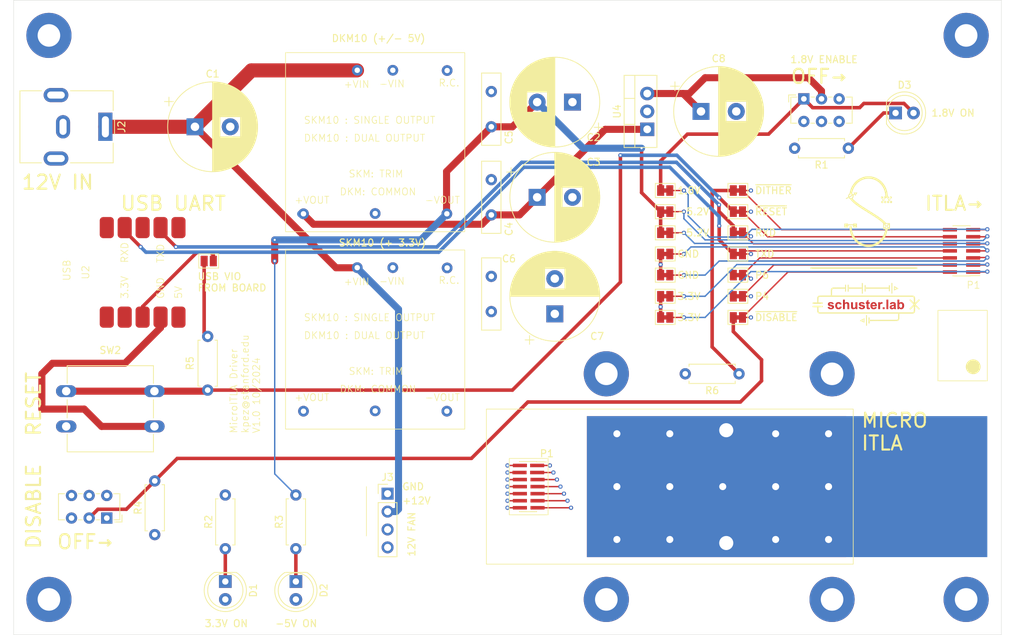
<source format=kicad_pcb>
(kicad_pcb (version 20240108) (generator "pcbnew") (generator_version "8.0")
  (layers (0 "F.Cu" signal) (1 "In1.Cu" signal) (2 "In2.Cu" signal) (31 "B.Cu" signal) (34 "B.Paste" user) (35 "F.Paste" user) (36 "B.SilkS" user "B.Silkscreen") (37 "F.SilkS" user "F.Silkscreen") (38 "B.Mask" user) (39 "F.Mask" user) (44 "Edge.Cuts" user))
  (net 0 "")
  (net 1 "+12V")
  (net 2 "GND")
  (net 3 "+5V")
  (net 4 "-5V")
  (net 5 "Net-(D1-K)")
  (net 6 "+3V3")
  (net 7 "Net-(D2-K)")
  (net 10 "Net-(JP1-B)")
  (net 11 "/DIS")
  (net 12 "/TXD")
  (net 13 "/RXD")
  (net 14 "/RST")
  (net 15 "/TRACE_TONE")
  (net 26 "Net-(SW3-B)")
  (net 27 "/GND_c2")
  (net 28 "/-5v_c1")
  (net 29 "/3.3v_c2")
  (net 30 "/RST_c")
  (net 31 "/1.8_c")
  (net 32 "/RXD_c")
  (net 33 "/GND_c1")
  (net 34 "/6_c")
  (net 35 "/TXD_c")
  (net 36 "/TT_c")
  (net 37 "/4_c")
  (net 38 "/-5v_c2")
  (net 39 "/3.3v_c1")
  (net 40 "/DIS_c")
  (net 43 "+1V8")
  (net 45 "Net-(D3-K)")
  (footprint "Jumper:SolderJumper-2_P1.3mm_Open_Pad1.0x1.5mm" (layer "F.Cu") (at 27.65 37)
    (property "Reference" "JP1" (hide yes))
    (property "Value" "Jumper_2_Open")
  )
  (footprint "MountingHole:MountingHole_3.2mm_M3_Pad" (layer "F.Cu") (at 84 85)
    (property "Reference" "H7" (hide yes))
    (property "Value" "MountingHole_Pad")
  )
  (footprint "MountingHole:MountingHole_3.2mm_M3_Pad" (layer "F.Cu") (at 84 53)
    (property "Reference" "H5" (hide yes))
    (property "Value" "MountingHole_Pad")
  )
  (footprint "Resistor_THT:R_Axial_DIN0207_L6.3mm_D2.5mm_P7.62mm_Horizontal" (layer "F.Cu") (at 40 77.81 90)
    (property "Reference" "R3")
    (property "Value" "1k")
  )
  (footprint "SKM10:SKM10" (layer "F.Cu") (at 51.24 7.44)
    (property "Reference" "U1" (hide yes))
    (property "Value" "~")
  )
  (footprint "Jumper:SolderJumper-2_P1.3mm_Bridged_Pad1.0x1.5mm" (layer "F.Cu") (at 102.65 39 180)
    (property "Reference" "JP8" (hide yes))
    (property "Value" "Jumper_2_Small_Bridged")
  )
  (footprint "LED_THT:LED_D5.0mm" (layer "F.Cu") (at 125 16)
    (property "Reference" "D3")
    (property "Value" "LED")
  )
  (footprint "LED_THT:LED_D5.0mm" (layer "F.Cu") (at 30 82.46 -90)
    (property "Reference" "D1")
    (property "Value" "LED")
  )
  (footprint "Resistor_THT:R_Axial_DIN0207_L6.3mm_D2.5mm_P7.62mm_Horizontal" (layer "F.Cu") (at 20 75.81 90)
    (property "Reference" "R4")
    (property "Value" "10k")
  )
  (footprint "Jumper:SolderJumper-2_P1.3mm_Bridged_Pad1.0x1.5mm" (layer "F.Cu") (at 102.65 30 180)
    (property "Reference" "JP5" (hide yes))
    (property "Value" "Jumper_2_Small_Bridged")
  )
  (footprint "MountingHole:MountingHole_3.2mm_M3_Pad" (layer "F.Cu") (at 135 5)
    (property "Reference" "H4" (hide yes))
    (property "Value" "MountingHole_Pad")
  )
  (footprint "Connector_PinHeader_1.00mm:PinHeader_2x07_P1.00mm_Vertical_SMD" (layer "F.Cu") (at 134.35 35.56 180)
    (property "Reference" "J1" (hide yes))
    (property "Value" "Conn_02x07_Odd_Even")
  )
  (footprint "Capacitor_THT:C_Disc_D10.0mm_W2.5mm_P5.00mm" (layer "F.Cu") (at 67.7 12.96 -90)
    (property "Reference" "C5")
    (property "Value" "C" (hide yes))
  )
  (footprint "Resistor_THT:R_Axial_DIN0207_L6.3mm_D2.5mm_P7.62mm_Horizontal" (layer "F.Cu") (at 118.31 21 180)
    (property "Reference" "R1")
    (property "Value" "1k")
  )
  (footprint "MountingHole:MountingHole_3.2mm_M3_Pad" (layer "F.Cu") (at 5 5)
    (property "Reference" "H1" (hide yes))
    (property "Value" "MountingHole_Pad")
  )
  (footprint "Jumper:SolderJumper-2_P1.3mm_Bridged_Pad1.0x1.5mm" (layer "F.Cu") (at 102.65 45 180)
    (property "Reference" "JP2" (hide yes))
    (property "Value" "Jumper_2_Small_Bridged")
  )
  (footprint "SKM10:SKM10" (layer "F.Cu") (at 51.24 35.44)
    (property "Reference" "U3" (hide yes))
    (property "Value" "~")
  )
  (footprint "lablogos:LINQSlogo" (layer "F.Cu") (at 121 30)
    (property "Reference" "G***" (hide yes))
    (property "Value" "LOGO" (hide yes))
  )
  (footprint "SKM10:UMFT234XF" (layer "F.Cu") (at 18.28 38.61 90)
    (property "Reference" "U2")
    (property "Value" "~")
  )
  (footprint "Package_TO_SOT_THT:TO-220-3_Vertical" (layer "F.Cu") (at 89.8 18.32 90)
    (property "Reference" "U4")
    (property "Value" "~")
  )
  (footprint "Jumper:SolderJumper-2_P1.3mm_Bridged_Pad1.0x1.5mm" (layer "F.Cu") (at 102.65 33 180)
    (property "Reference" "JP4" (hide yes))
    (property "Value" "Jumper_2_Small_Bridged")
  )
  (footprint "Resistor_THT:R_Axial_DIN0207_L6.3mm_D2.5mm_P7.62mm_Horizontal" (layer "F.Cu") (at 27.5 47.69 -90)
    (property "Reference" "R5")
    (property "Value" "10k")
  )
  (footprint "Capacitor_THT:CP_Radial_D12.5mm_P5.00mm" (layer "F.Cu") (at 25.7 17.96)
    (property "Reference" "C1")
    (property "Value" "C_Polarized")
  )
  (footprint "Connector_BarrelJack:BarrelJack_CUI_PJ-063AH_Horizontal" (layer "F.Cu") (at 13 17.96 -90)
    (property "Reference" "J2")
    (property "Value" "Barrel_Jack_MountingPin")
  )
  (footprint "MountingHole:MountingHole_3.2mm_M3_Pad" (layer "F.Cu") (at 116 53)
    (property "Reference" "H6" (hide yes))
    (property "Value" "MountingHole_Pad")
  )
  (footprint "Jumper:SolderJumper-2_P1.3mm_Bridged_Pad1.0x1.5mm" (layer "F.Cu") (at 92.35 45)
    (property "Reference" "JP9" (hide yes))
    (property "Value" "Jumper_2_Small_Bridged")
  )
  (footprint "Jumper:SolderJumper-2_P1.3mm_Bridged_Pad1.0x1.5mm" (layer "F.Cu") (at 92.35 33)
    (property "Reference" "JP13" (hide yes))
    (property "Value" "Jumper_2_Small_Bridged")
  )
  (footprint "Jumper:SolderJumper-2_P1.3mm_Bridged_Pad1.0x1.5mm" (layer "F.Cu") (at 102.65 42 180)
    (property "Reference" "JP7" (hide yes))
    (property "Value" "Jumper_2_Small_Bridged")
  )
  (footprint "Capacitor_THT:C_Disc_D10.0mm_W2.5mm_P5.00mm" (layer "F.Cu") (at 67.7 44.176041 90)
    (property "Reference" "C6")
    (property "Value" "C")
  )
  (footprint "Jumper:SolderJumper-2_P1.3mm_Bridged_Pad1.0x1.5mm" (layer "F.Cu") (at 92.35 42)
    (property "Reference" "JP10" (hide yes))
    (property "Value" "Jumper_2_Small_Bridged")
  )
  (footprint "Jumper:SolderJumper-2_P1.3mm_Bridged_Pad1.0x1.5mm" (layer "F.Cu") (at 92.35 30)
    (property "Reference" "JP14" (hide yes))
    (property "Value" "Jumper_2_Small_Bridged")
  )
  (footprint "Resistor_THT:R_Axial_DIN0207_L6.3mm_D2.5mm_P7.62mm_Horizontal" (layer "F.Cu") (at 30 77.81 90)
    (property "Reference" "R2")
    (property "Value" "1k")
  )
  (footprint "SKM10:ITLA" (layer "F.Cu") (at 73 69)
    (property "Reference" "J4" (hide yes))
    (property "Value" "Conn_02x07_Odd_Even")
  )
  (footprint "Jumper:SolderJumper-2_P1.3mm_Bridged_Pad1.0x1.5mm" (layer "F.Cu") (at 102.65 36 180)
    (property "Reference" "JP3" (hide yes))
    (property "Value" "Jumper_2_Small_Bridged")
  )
  (footprint "Capacitor_THT:C_Disc_D10.0mm_W2.5mm_P5.00mm" (layer "F.Cu") (at 67.7 30.46 90)
    (property "Reference" "C4")
    (property "Value" "C")
  )
  (footprint "MountingHole:MountingHole_3.2mm_M3_Pad" (layer "F.Cu") (at 116 85)
    (property "Reference" "H8" (hide yes))
    (property "Value" "MountingHole_Pad")
  )
  (footprint "Jumper:SolderJumper-2_P1.3mm_Bridged_Pad1.0x1.5mm" (layer "F.Cu") (at 92.35 39)
    (property "Reference" "JP11" (hide yes))
    (property "Value" "Jumper_2_Small_Bridged")
  )
  (footprint "Capacitor_THT:CP_Radial_D12.5mm_P5.00mm" (layer "F.Cu") (at 74.2 27.96)
    (property "Reference" "C2")
    (property "Value" "C_Polarized")
  )
  (footprint "Connector_PinHeader_2.54mm:PinHeader_1x04_P2.54mm_Vertical" (layer "F.Cu") (at 53 70)
    (property "Reference" "J3")
    (property "Value" "Conn_01x04_Pin")
  )
  (footprint "Jumper:SolderJumper-2_P1.3mm_Bridged_Pad1.0x1.5mm" (layer "F.Cu") (at 92.35 27)
    (property "Reference" "JP15" (hide yes))
    (property "Value" "Jumper_2_Small_Bridged")
  )
  (footprint "Jumper:SolderJumper-2_P1.3mm_Bridged_Pad1.0x1.5mm" (layer "F.Cu") (at 92.35 36)
    (property "Reference" "JP12" (hide yes))
    (property "Value" "Jumper_2_Small_Bridged")
  )
  (footprint "MountingHole:MountingHole_3.2mm_M3_Pad" (layer "F.Cu") (at 5 85)
    (property "Reference" "H2" (hide yes))
    (property "Value" "MountingHole_Pad")
  )
  (footprint "Button_Switch_THT:SW_SPST_Omron_B3F-40xx" (layer "F.Cu") (at 7.45 55.46)
    (property "Reference" "SW2")
    (property "Value" "SW_Push")
  )
  (footprint "lablogos:slablogo" (layer "F.Cu") (at 121 43)
    (property "Reference" "G***" (hide yes))
    (property "Value" "LOGO" (hide yes))
  )
  (footprint "Resistor_THT:R_Axial_DIN0207_L6.3mm_D2.5mm_P7.62mm_Horizontal" (layer "F.Cu") (at 102.81 53 180)
    (property "Reference" "R6")
    (property "Value" "10k")
  )
  (footprint "LED_THT:LED_D5.0mm" (layer "F.Cu") (at 40 82.46 -90)
    (property "Reference" "D2")
    (property "Value" "LED")
  )
  (footprint "MountingHole:MountingHole_3.2mm_M3_Pad" (layer "F.Cu") (at 135 85)
    (property "Reference" "H3" (hide yes))
    (property "Value" "MountingHole_Pad")
  )
  (footprint "Jumper:SolderJumper-2_P1.3mm_Bridged_Pad1.0x1.5mm" (layer "F.Cu") (at 102.65 27 180)
    (property "Reference" "JP6" (hide yes))
    (property "Value" "Jumper_2_Small_Bridged")
  )
  (footprint "Capacitor_THT:CP_Radial_D12.5mm_P5.00mm" (layer "F.Cu") (at 79.2 14.46 180)
    (property "Reference" "C3")
    (property "Value" "C_Polarized")
  )
  (footprint "Button_Switch_THT:SW_E-Switch_EG1271_SPDT" (layer "F.Cu") (at 13.2 73.46 180)
    (property "Reference" "SW1" (hide yes))
    (property "Value" "SW_SPST")
  )
  (footprint "Capacitor_THT:CP_Radial_D12.5mm_P5.00mm" (layer "F.Cu") (at 76.7 44.5 90)
    (property "Reference" "C7")
    (property "Value" "C_Polarized")
  )
  (footprint "Capacitor_THT:CP_Radial_D12.5mm_P5.00mm" (layer "F.Cu") (at 97.42 15.78)
    (property "Reference" "C8")
    (property "Value" "C_Polarized")
  )
  (footprint "Button_Switch_THT:SW_E-Switch_EG1271_SPDT" (layer "F.Cu") (at 112 14)
    (property "Reference" "SW3" (hide yes))
    (property "Value" "SW_SPST")
  )
  (gr_circle (center 136 52) (end 137 52) (stroke (width 0.1)) (fill solid) (layer "F.SilkS"))
  (gr_line (start 113 38) (end 128 38) (stroke (width 0.2)) (layer "F.SilkS"))
  (gr_rect (start 67 58) (end 119 80) (stroke (width 0.1)) (fill none) (layer "F.SilkS"))
  (gr_line (start 50 69) (end 50 76) (stroke (width 0.1)) (layer "F.SilkS"))
  (gr_rect (start 131 44) (end 138 54) (stroke (width 0.1)) (fill none) (layer "F.SilkS"))
  (gr_rect (start 0 0) (end 140 90) (stroke (width 0.05)) (fill none) (layer "Edge.Cuts"))
  (gr_text "OFF→" (at 6 78 0) (layer "F.SilkS") (effects (font (size 2 2) (thickness 0.3)) (justify left bottom)))
  (gr_text "USB VIO\nFROM BOARD" (at 26 40 0) (layer "F.SilkS") (effects (font (size 1 1)) (justify left)))
  (gr_text "MICRO\nITLA" (at 120 64 0) (layer "F.SilkS") (effects (font (size 2 2) (thickness 0.3)) (justify left bottom)))
  (gr_text "RESET" (at 4 62 90) (layer "F.SilkS") (effects (font (size 2 2) (thickness 0.3)) (justify left bottom)))
  (gr_text "TXD" (at 105 36 0) (layer "F.SilkS") (effects (font (size 1 1)) (justify left)))
  (gr_text "3.3V" (at 94 42 0) (layer "F.SilkS") (effects (font (size 1 1)) (justify left)))
  (gr_text "SKM10 (+ 3.3V)" (at 46 35 0) (layer "F.SilkS") (effects (font (size 1 1)) (justify left bottom)))
  (gr_text "MicroITLA Driver\nkpez@stanford.edu\nV1.0 10/2024" (at 35 61.5 90) (layer "F.SilkS") (effects (font (size 1 1) (thickness 0.1)) (justify left bottom)))
  (gr_text "1.8V ON" (at 130 16 0) (layer "F.SilkS") (effects (font (size 1 1)) (justify left)))
  (gr_text "P6" (at 105 39 0) (layer "F.SilkS") (effects (font (size 1 1)) (justify left)))
  (gr_text "-5.2V" (at 94 33 0) (layer "F.SilkS") (effects (font (size 1 1)) (justify left)))
  (gr_text "12V IN" (at 1 27 0) (layer "F.SilkS") (effects (font (size 2 2) (thickness 0.3)) (justify left bottom)))
  (gr_text "-5V ON" (at 37 89 0) (layer "F.SilkS") (effects (font (size 1 1)) (justify left bottom)))
  (gr_text "~{DITHER}" (at 105 27 0) (layer "F.SilkS") (effects (font (size 1 1)) (justify left)))
  (gr_text "1.8V ENABLE" (at 110 9 0) (layer "F.SilkS") (effects (font (size 1 1)) (justify left bottom)))
  (gr_text "GND" (at 55 69 0) (layer "F.SilkS") (effects (font (size 1 1)) (justify left)))
  (gr_text "DISABLE" (at 4 78 90) (layer "F.SilkS") (effects (font (size 2 2) (thickness 0.3)) (justify left bottom)))
  (gr_text "USB UART\n" (at 15 30 0) (layer "F.SilkS") (effects (font (size 2 2) (thickness 0.3)) (justify left bottom)))
  (gr_text "ITLA→" (at 129 30 0) (layer "F.SilkS") (effects (font (size 2 2) (thickness 0.3)) (justify left bottom)))
  (gr_text "12V FAN" (at 57 79 90) (layer "F.SilkS") (effects (font (size 1 1)) (justify left bottom)))
  (gr_text "P1" (at 135 41 0) (layer "F.SilkS") (effects (font (size 1 1) (thickness 0.1)) (justify left bottom)))
  (gr_text "GND" (at 94 36 0) (layer "F.SilkS") (effects (font (size 1 1)) (justify left)))
  (gr_text "OFF→" (at 110 12 0) (layer "F.SilkS") (effects (font (size 2 2) (thickness 0.3)) (justify left bottom)))
  (gr_text "P4\n" (at 105 42 0) (layer "F.SilkS") (effects (font (size 1 1)) (justify left)))
  (gr_text "RXD" (at 105 33 0) (layer "F.SilkS") (effects (font (size 1 1)) (justify left)))
  (gr_text "-5.2V" (at 94 30 0) (layer "F.SilkS") (effects (font (size 1 1)) (justify left)))
  (gr_text "~{RESET}" (at 105 30 0) (layer "F.SilkS") (effects (font (size 1 1)) (justify left)))
  (gr_text "GND" (at 94 39 0) (layer "F.SilkS") (effects (font (size 1 1)) (justify left)))
  (gr_text "1.8V" (at 94 27 0) (layer "F.SilkS") (effects (font (size 1 1)) (justify left)))
  (gr_text "3.3V ON" (at 27 89 0) (layer "F.SilkS") (effects (font (size 1 1)) (justify left bottom)))
  (gr_text "+12V" (at 55 71 0) (layer "F.SilkS") (effects (font (size 1 1)) (justify left)))
  (gr_text "3.3V" (at 94 45 0) (layer "F.SilkS") (effects (font (size 1 1)) (justify left)))
  (gr_text "~{DISABLE}" (at 105 45 0) (layer "F.SilkS") (effects (font (size 1 1)) (justify left)))
  (gr_text "DKM10 (+/- 5V)" (at 45 6 0) (layer "F.SilkS") (effects (font (size 1 1)) (justify left bottom)))
  (segment (start 45.7 37.96) (end 48.66 37.96) (width 1) (layer "F.Cu") (net 1))
  (segment (start 25.7 17.96) (end 45.7 37.96) (width 1) (layer "F.Cu") (net 1))
  (segment (start 25.7 17.96) (end 33.7 9.96) (width 2) (layer "F.Cu") (net 1))
  (segment (start 33.7 9.96) (end 48.66 9.96) (width 2) (layer "F.Cu") (net 1))
  (segment (start 13 17.96) (end 25.7 17.96) (width 2) (layer "F.Cu") (net 1))
  (segment (start 48.66 37.96) (end 54.55 43.85) (width 1) (layer "B.Cu") (net 1))
  (segment (start 53 72.54) (end 53 72) (width 0.5) (layer "B.Cu") (net 1))
  (segment (start 54.55 72.192081) (end 54.202081 72.54) (width 1) (layer "B.Cu") (net 1))
  (segment (start 54.202081 72.54) (end 53 72.54) (width 1) (layer "B.Cu") (net 1))
  (segment (start 54.55 43.85) (end 54.55 72.192081) (width 1) (layer "B.Cu") (net 1))
  (segment (start 20.82 46.46) (end 20.82 44.96) (width 1) (layer "F.Cu") (net 2))
  (segment (start 5.5 51.5) (end 15.78 51.5) (width 1) (layer "F.Cu") (net 2))
  (segment (start 91.7 39) (end 91.7 37.5) (width 0.5) (layer "F.Cu") (net 2))
  (segment (start 4 58) (end 4 53) (width 1) (layer "F.Cu") (net 2))
  (segment (start 10 58) (end 4 58) (width 1) (layer "F.Cu") (net 2))
  (segment (start 91.7 37.5) (end 91.7 36) (width 0.5) (layer "F.Cu") (net 2))
  (segment (start 15.78 51.5) (end 20.82 46.46) (width 1) (layer "F.Cu") (net 2))
  (segment (start 19.95 60.46) (end 12.46 60.46) (width 1) (layer "F.Cu") (net 2))
  (segment (start 4 53) (end 5.5 51.5) (width 1) (layer "F.Cu") (net 2))
  (segment (start 12.46 60.46) (end 10 58) (width 1) (layer "F.Cu") (net 2))
  (via (at 91.7 37.5) (size 0.6) (drill 0.3) (layers "F.Cu" "B.Cu") (net 2))
  (segment (start 66.378 31.782) (end 67.7 30.46) (width 1) (layer "F.Cu") (net 3))
  (segment (start 71.7 30.46) (end 74.2 27.96) (width 1) (layer "F.Cu") (net 3))
  (segment (start 83.84 18.32) (end 89.8 18.32) (width 1) (layer "F.Cu") (net 3))
  (segment (start 67.7 30.46) (end 71.7 30.46) (width 1) (layer "F.Cu") (net 3))
  (segment (start 67.56 30.32) (end 67.7 30.46) (width 1) (layer "F.Cu") (net 3))
  (segment (start 41.04 30.32) (end 42.502 31.782) (width 1) (layer "F.Cu") (net 3))
  (segment (start 42.502 31.782) (end 66.378 31.782) (width 1) (layer "F.Cu") (net 3))
  (segment (start 74.2 27.96) (end 83.84 18.32) (width 1) (layer "F.Cu") (net 3))
  (segment (start 41.04 30.32) (end 40.68 30.32) (width 1) (layer "B.Cu") (net 3))
  (segment (start 91.7 30) (end 91.7 33) (width 0.5) (layer "F.Cu") (net 4))
  (segment (start 67.7 17.96) (end 70.7 17.96) (width 1) (layer "F.Cu") (net 4))
  (segment (start 91.7 30) (end 89 27.3) (width 0.5) (layer "F.Cu") (net 4))
  (segment (start 70.7 17.96) (end 74.2 14.46) (width 1) (layer "F.Cu") (net 4))
  (segment (start 37 34) (end 37 37) (width 1) (layer "F.Cu") (net 4))
  (segment (start 61.36 30.32) (end 61.36 24.3) (width 1) (layer "F.Cu") (net 4))
  (segment (start 89 27.3) (end 89 21) (width 0.5) (layer "F.Cu") (net 4))
  (segment (start 61.36 24.3) (end 67.7 17.96) (width 1) (layer "F.Cu") (net 4))
  (via (at 37 37) (size 0.6) (drill 0.3) (layers "F.Cu" "B.Cu") (net 4))
  (via (at 89 21) (size 0.6) (drill 0.3) (layers "F.Cu" "B.Cu") (net 4))
  (via (at 37 34) (size 0.6) (drill 0.3) (layers "F.Cu" "B.Cu") (net 4))
  (segment (start 37 34) (end 57.7 34) (width 1) (layer "B.Cu") (net 4))
  (segment (start 80.74 21) (end 89 21) (width 1) (layer "B.Cu") (net 4))
  (segment (start 37 37) (end 37 67.19) (width 0.2) (layer "B.Cu") (net 4))
  (segment (start 74.2 14.46) (end 80.74 21) (width 1) (layer "B.Cu") (net 4))
  (segment (start 57.7 34) (end 61.4 30.3) (width 1) (layer "B.Cu") (net 4))
  (segment (start 37 67.19) (end 40 70.19) (width 0.2) (layer "B.Cu") (net 4))
  (segment (start 30 77.81) (end 30 82.46) (width 0.5) (layer "F.Cu") (net 5))
  (segment (start 27 47.19) (end 27.5 47.69) (width 0.5) (layer "F.Cu") (net 6))
  (segment (start 91.7 42) (end 91.7 45) (width 0.5) (layer "F.Cu") (net 6))
  (segment (start 27 37) (end 27 47.19) (width 0.5) (layer "F.Cu") (net 6))
  (via (at 91.7 43.5) (size 0.6) (drill 0.3) (layers "F.Cu" "B.Cu") (net 6))
  (segment (start 40 77.81) (end 40 82.46) (width 0.5) (layer "F.Cu") (net 7))
  (segment (start 18.28 44.96) (end 18.28 43.46) (width 0.5) (layer "F.Cu") (net 10))
  (segment (start 28.3 36.15) (end 28.3 37) (width 0.5) (layer "F.Cu") (net 10))
  (segment (start 18.28 43.46) (end 25.94 35.8) (width 0.5) (layer "F.Cu") (net 10))
  (segment (start 27.95 35.8) (end 28.3 36.15) (width 0.5) (layer "F.Cu") (net 10))
  (segment (start 25.94 35.8) (end 27.95 35.8) (width 0.5) (layer "F.Cu") (net 10))
  (segment (start 72.87868 57) (end 103 57) (width 0.5) (layer "F.Cu") (net 11))
  (segment (start 11.95 72.21) (end 15.98 72.21) (width 0.5) (layer "F.Cu") (net 11))
  (segment (start 106 54) (end 106 51) (width 0.5) (layer "F.Cu") (net 11))
  (segment (start 15.98 72.21) (end 20 68.19) (width 0.5) (layer "F.Cu") (net 11))
  (segment (start 106 51) (end 102 47) (width 0.5) (layer "F.Cu") (net 11))
  (segment (start 10.7 73.46) (end 11.95 72.21) (width 0.5) (layer "F.Cu") (net 11))
  (segment (start 103 57) (end 106 54) (width 0.5) (layer "F.Cu") (net 11))
  (segment (start 20 68.19) (end 23.19 65) (width 0.5) (layer "F.Cu") (net 11))
  (segment (start 102 47) (end 102 45) (width 0.5) (layer "F.Cu") (net 11))
  (segment (start 23.19 65) (end 64.87868 65) (width 0.5) (layer "F.Cu") (net 11))
  (segment (start 64.87868 65) (end 72.87868 57) (width 0.5) (layer "F.Cu") (net 11))
  (segment (start 15.74 32.74) (end 18 35) (width 0.5) (layer "F.Cu") (net 12))
  (segment (start 102 36) (end 100 34) (width 0.5) (layer "F.Cu") (net 12))
  (segment (start 100 34) (end 100 32) (width 0.5) (layer "F.Cu") (net 12))
  (segment (start 15.74 32.26) (end 15.74 32.74) (width 0.5) (layer "F.Cu") (net 12))
  (via (at 100 32) (size 0.6) (drill 0.3) (layers "F.Cu" "B.Cu") (net 12))
  (via (at 18 35) (size 0.6) (drill 0.3) (layers "F.Cu" "B.Cu") (net 12))
  (segment (start 18 35) (end 18.75 35.75) (width 0.5) (layer "B.Cu") (net 12))
  (segment (start 60.25 35.75) (end 72.3 23.7) (width 0.5) (layer "B.Cu") (net 12))
  (segment (start 100 30.7) (end 100 32) (width 0.5) (layer "B.Cu") (net 12))
  (segment (start 93 23.7) (end 100 30.7) (width 0.5) (layer "B.Cu") (net 12))
  (segment (start 18.75 35.75) (end 60.25 35.75) (width 0.5) (layer "B.Cu") (net 12))
  (segment (start 72.3 23.7) (end 93 23.7) (width 0.5) (layer "B.Cu") (net 12))
  (segment (start 20.82 32.82) (end 23 35) (width 0.5) (layer "F.Cu") (net 13))
  (segment (start 20.82 32.26) (end 20.82 32.82) (width 0.5) (layer "F.Cu") (net 13))
  (segment (start 102 33) (end 102 32) (width 0.5) (layer "F.Cu") (net 13))
  (segment (start 102 32) (end 99.969669 29.969669) (width 0.5) (layer "F.Cu") (net 13))
  (segment (start 99.969669 29.969669) (end 99.969669 29.030331) (width 0.5) (layer "F.Cu") (net 13))
  (via (at 23 35) (size 0.6) (drill 0.3) (layers "F.Cu" "B.Cu") (net 13))
  (via (at 99.969669 29.030331) (size 0.6) (drill 0.3) (layers "F.Cu" "B.Cu") (net 13))
  (segment (start 72 23) (end 60 35) (width 0.5) (layer "B.Cu") (net 13))
  (segment (start 99.969669 29.030331) (end 93.939338 23) (width 0.5) (layer "B.Cu") (net 13))
  (segment (start 60 35) (end 23 35) (width 0.5) (layer "B.Cu") (net 13))
  (segment (start 93.939338 23) (end 72 23) (width 0.5) (layer "B.Cu") (net 13))
  (segment (start 86 22) (end 86 40) (width 0.5) (layer "F.Cu") (net 14))
  (segment (start 102 30) (end 100 28) (width 0.5) (layer "F.Cu") (net 14))
  (segment (start 7.45 55.46) (end 19.95 55.46) (width 1) (layer "F.Cu") (net 14))
  (segment (start 70.69 55.31) (end 27.5 55.31) (width 0.5) (layer "F.Cu") (net 14))
  (segment (start 19.95 55.46) (end 27.35 55.46) (width 1) (layer "F.Cu") (net 14))
  (segment (start 27.35 55.46) (end 27.5 55.31) (width 1) (layer "F.Cu") (net 14))
  (segment (start 86 40) (end 70.69 55.31) (width 0.5) (layer "F.Cu") (net 14))
  (via (at 100 28) (size 0.6) (drill 0.3) (layers "F.Cu" "B.Cu") (net 14))
  (via (at 86 22) (size 0.6) (drill 0.3) (layers "F.Cu" "B.Cu") (net 14))
  (segment (start 94 22) (end 86 22) (width 0.5) (layer "B.Cu") (net 14))
  (segment (start 100 28) (end 94 22) (width 0.5) (layer "B.Cu") (net 14))
  (segment (start 102 27) (end 99 27) (width 0.5) (layer "F.Cu") (net 15))
  (segment (start 99 27) (end 99 49.19) (width 0.5) (layer "F.Cu") (net 15))
  (segment (start 99 49.19) (end 102.81 53) (width 0.5) (layer "F.Cu") (net 15))
  (segment (start 112.63137 11) (end 114.5 12.86863) (width 1) (layer "F.Cu") (net 26))
  (segment (start 94.88 13.24) (end 95.76 13.24) (width 1) (layer "F.Cu") (net 26))
  (segment (start 95.76 13.24) (end 98 11) (width 1) (layer "F.Cu") (net 26))
  (segment (start 98 11) (end 112.63137 11) (width 1) (layer "F.Cu") (net 26))
  (segment (start 114.5 12.86863) (end 114.5 14) (width 1) (layer "F.Cu") (net 26))
  (segment (start 94.88 13.24) (end 97.42 15.78) (width 1) (layer "F.Cu") (net 26))
  (segment (start 89.8 13.24) (end 94.88 13.24) (width 1) (layer "F.Cu") (net 26))
  (segment (start 74.25 69) (end 77.5 69) (width 0.2) (layer "F.Cu") (net 27))
  (segment (start 137.94 35.56) (end 138 35.5) (width 0.2) (layer "F.Cu") (net 27))
  (segment (start 136 35.56) (end 137.94 35.56) (width 0.2) (layer "F.Cu") (net 27))
  (segment (start 93 36) (end 95 36) (width 0.2) (layer "F.Cu") (net 27))
  (via (at 95 36) (size 0.6) (drill 0.3) (layers "F.Cu" "B.Cu") (net 27))
  (via (at 77.5 69) (size 0.6) (drill 0.3) (layers "F.Cu" "B.Cu") (net 27))
  (via (at 138 35.5) (size 0.6) (drill 0.3) (layers "F.Cu" "B.Cu") (net 27))
  (segment (start 96 35) (end 137.5 35) (width 0.2) (layer "B.Cu") (net 27))
  (segment (start 137.5 35) (end 138 35.5) (width 0.2) (layer "B.Cu") (net 27))
  (segment (start 95 36) (end 96 35) (width 0.2) (layer "B.Cu") (net 27))
  (segment (start 137.94 34.56) (end 138 34.5) (width 0.2) (layer "F.Cu") (net 28))
  (segment (start 74.25 70) (end 78 70) (width 0.2) (layer "F.Cu") (net 28))
  (segment (start 93 33) (end 95 33) (width 0.2) (layer "F.Cu") (net 28))
  (segment (start 136 34.56) (end 137.94 34.56) (width 0.2) (layer "F.Cu") (net 28))
  (via (at 138 34.5) (size 0.6) (drill 0.3) (layers "F.Cu" "B.Cu") (net 28))
  (via (at 95 33) (size 0.6) (drill 0.3) (layers "F.Cu" "B.Cu") (net 28))
  (via (at 78 70) (size 0.6) (drill 0.3) (layers "F.Cu" "B.Cu") (net 28))
  (segment (start 95 33) (end 96.5 34.5) (width 0.2) (layer "B.Cu") (net 28))
  (segment (start 96.5 34.5) (end 138 34.5) (width 0.2) (layer "B.Cu") (net 28))
  (segment (start 137.94 37.56) (end 138 37.5) (width 0.2) (layer "F.Cu") (net 29))
  (segment (start 74.2 67) (end 76.5 67) (width 0.2) (layer "F.Cu") (net 29))
  (segment (start 136 37.56) (end 137.94 37.56) (width 0.2) (layer "F.Cu") (net 29))
  (segment (start 93 42) (end 95 42) (width 0.2) (layer "F.Cu") (net 29))
  (via (at 138 37.5) (size 0.6) (drill 0.3) (layers "F.Cu" "B.Cu") (net 29))
  (via (at 95 42) (size 0.6) (drill 0.3) (layers "F.Cu" "B.Cu") (net 29))
  (via (at 76.5 67) (size 0.6) (drill 0.3) (layers "F.Cu" "B.Cu") (net 29))
  (segment (start 102.5 37.5) (end 138 37.5) (width 0.2) (layer "B.Cu") (net 29))
  (segment (start 95 42) (end 98 42) (width 0.2) (layer "B.Cu") (net 29))
  (segment (start 98 42) (end 102.5 37.5) (width 0.2) (layer "B.Cu") (net 29))
  (segment (start 106.86 33.56) (end 132.7 33.56) (width 0.2) (layer "F.Cu") (net 30))
  (segment (start 71.75 71) (end 70 71) (width 0.2) (layer "F.Cu") (net 30))
  (segment (start 103.3 30) (end 104.5 30) (width 0.2) (layer "F.Cu") (net 30))
  (segment (start 103.3 30) (end 106.86 33.56) (width 0.2) (layer "F.Cu") (net 30))
  (via (at 104.5 30) (size 0.6) (drill 0.3) (layers "F.Cu" "B.Cu") (net 30))
  (via (at 70 71) (size 0.6) (drill 0.3) (layers "F.Cu" "B.Cu") (net 30))
  (segment (start 137.94 32.56) (end 138 32.5) (width 0.2) (layer "F.Cu") (net 31))
  (segment (start 93 27) (end 95 27) (width 0.2) (layer "F.Cu") (net 31))
  (segment (start 136 32.56) (end 137.94 32.56) (width 0.2) (layer "F.Cu") (net 31))
  (segment (start 74.25 72) (end 79 72) (width 0.2) (layer "F.Cu") (net 31))
  (via (at 79 72) (size 0.6) (drill 0.3) (layers "F.Cu" "B.Cu") (net 31))
  (via (at 95 27) (size 0.6) (drill 0.3) (layers "F.Cu" "B.Cu") (net 31))
  (via (at 138 32.5) (size 0.6) (drill 0.3) (layers "F.Cu" "B.Cu") (net 31))
  (segment (start 98.6 33.6) (end 103.551471 33.6) (width 0.2) (layer "B.Cu") (net 31))
  (segment (start 95.6 30.6) (end 98.6 33.6) (width 0.2) (layer "B.Cu") (net 31))
  (segment (start 95.6 27.6) (end 95.6 30.6) (width 0.2) (layer "B.Cu") (net 31))
  (segment (start 104.651471 32.5) (end 138 32.5) (width 0.2) (layer "B.Cu") (net 31))
  (segment (start 103.551471 33.6) (end 104.651471 32.5) (width 0.2) (layer "B.Cu") (net 31))
  (segment (start 95 27) (end 95.6 27.6) (width 0.2) (layer "B.Cu") (net 31))
  (segment (start 104.5 33.5) (end 104 33) (width 0.2) (layer "F.Cu") (net 32))
  (segment (start 104.86 34.56) (end 132.7 34.56) (width 0.2) (layer "F.Cu") (net 32))
  (segment (start 71.75 70) (end 70 70) (width 0.2) (layer "F.Cu") (net 32))
  (segment (start 104 33) (end 103.3 33) (width 0.2) (layer "F.Cu") (net 32))
  (segment (start 103.3 33) (end 104.86 34.56) (width 0.2) (layer "F.Cu") (net 32))
  (via (at 104.5 33.5) (size 0.6) (drill 0.3) (layers "F.Cu" "B.Cu") (net 32))
  (via (at 70 70) (size 0.6) (drill 0.3) (layers "F.Cu" "B.Cu") (net 32))
  (segment (start 136 36.56) (end 136.75 36.56) (width 0.2) (layer "F.Cu") (net 33))
  (segment (start 93 39) (end 95 39) (width 0.2) (layer "F.Cu") (net 33))
  (segment (start 136.75 36.56) (end 136.81 36.5) (width 0.2) (layer "F.Cu") (net 33))
  (segment (start 136.81 36.5) (end 138 36.5) (width 0.2) (layer "F.Cu") (net 33))
  (segment (start 74.25 68) (end 77 68) (width 0.2) (layer "F.Cu") (net 33))
  (via (at 95 39) (size 0.6) (drill 0.3) (layers "F.Cu" "B.Cu") (net 33))
  (via (at 138 36.5) (size 0.6) (drill 0.3) (layers "F.Cu" "B.Cu") (net 33))
  (via (at 77 68) (size 0.6) (drill 0.3) (layers "F.Cu" "B.Cu") (net 33))
  (segment (start 100 37) (end 137.5 37) (width 0.2) (layer "B.Cu") (net 33))
  (segment (start 95 39) (end 98 39) (width 0.2) (layer "B.Cu") (net 33))
  (segment (start 137.5 37) (end 138 36.5) (width 0.2) (layer "B.Cu") (net 33))
  (segment (start 98 39) (end 100 37) (width 0.2) (layer "B.Cu") (net 33))
  (segment (start 132.7 36.56) (end 105.74 36.56) (width 0.2) (layer "F.Cu") (net 34))
  (segment (start 71.75 68) (end 70 68) (width 0.2) (layer "F.Cu") (net 34))
  (segment (start 105.74 36.56) (end 103.3 39) (width 0.2) (layer "F.Cu") (net 34))
  (segment (start 104 39) (end 104.5 39.5) (width 0.2) (layer "F.Cu") (net 34))
  (segment (start 103.3 39) (end 104 39) (width 0.2) (layer "F.Cu") (net 34))
  (via (at 104.5 39.5) (size 0.6) (drill 0.3) (layers "F.Cu" "B.Cu") (net 34))
  (via (at 70 68) (size 0.6) (drill 0.3) (layers "F.Cu" "B.Cu") (net 34))
  (segment (start 71.75 69) (end 70 69) (width 0.2) (layer "F.Cu") (net 35))
  (segment (start 132.7 35.56) (end 103.74 35.56) (width 0.2) (layer "F.Cu") (net 35))
  (segment (start 103.74 35.56) (end 103.3 36) (width 0.2) (layer "F.Cu") (net 35))
  (segment (start 103.3 36) (end 104.5 36) (width 0.2) (layer "F.Cu") (net 35))
  (via (at 104.5 36) (size 0.6) (drill 0.3) (layers "F.Cu" "B.Cu") (net 35))
  (via (at 70 69) (size 0.6) (drill 0.3) (layers "F.Cu" "B.Cu") (net 35))
  (segment (start 132.7 32.56) (end 108.86 32.56) (width 0.2) (layer "F.Cu") (net 36))
  (segment (start 71.75 72) (end 70 72) (width 0.2) (layer "F.Cu") (net 36))
  (segment (start 108.86 32.56) (end 103.3 27) (width 0.2) (layer "F.Cu") (net 36))
  (segment (start 103.3 27) (end 104.5 27) (width 0.2) (layer "F.Cu") (net 36))
  (via (at 104.5 27) (size 0.6) (drill 0.3) (layers "F.Cu" "B.Cu") (net 36))
  (via (at 70 72) (size 0.6) (drill 0.3) (layers "F.Cu" "B.Cu") (net 36))
  (segment (start 132.7 37.56) (end 107.74 37.56) (width 0.2) (layer "F.Cu") (net 37))
  (segment (start 107.74 37.56) (end 103.3 42) (width 0.2) (layer "F.Cu") (net 37))
  (segment (start 103.3 42) (end 104.5 42) (width 0.2) (layer "F.Cu") (net 37))
  (segment (start 71.7 67) (end 70 67) (width 0.2) (layer "F.Cu") (net 37))
  (via (at 104.5 42) (size 0.6) (drill 0.3) (layers "F.Cu" "B.Cu") (net 37))
  (via (at 70 67) (size 0.6) (drill 0.3) (layers "F.Cu" "B.Cu") (net 37))
  (segment (start 93 30) (end 95 30) (width 0.2) (layer "F.Cu") (net 38))
  (segment (start 137.94 33.56) (end 138 33.5) (width 0.2) (layer "F.Cu") (net 38))
  (segment (start 74.25 71) (end 78.5 71) (width 0.2) (layer "F.Cu") (net 38))
  (segment (start 136 33.56) (end 137.94 33.56) (width 0.2) (layer "F.Cu") (net 38))
  (via (at 138 33.5) (size 0.6) (drill 0.3) (layers "F.Cu" "B.Cu") (net 38))
  (via (at 78.5 71) (size 0.6) (drill 0.3) (layers "F.Cu" "B.Cu") (net 38))
  (via (at 95 30) (size 0.6) (drill 0.3) (layers "F.Cu" "B.Cu") (net 38))
  (segment (start 104.151471 34) (end 104.251471 34.1) (width 0.2) (layer "B.Cu") (net 38))
  (segment (start 95 31) (end 98 34) (width 0.2) (layer "B.Cu") (net 38))
  (segment (start 95 30) (end 95 31) (width 0.2) (layer "B.Cu") (net 38))
  (segment (start 104.251471 34.1) (end 137.4 34.1) (width 0.2) (layer "B.Cu") (net 38))
  (segment (start 137.4 34.1) (end 138 33.5) (width 0.2) (layer "B.Cu") (net 38))
  (segment (start 98 34) (end 104.151471 34) (width 0.2) (layer "B.Cu") (net 38))
  (segment (start 93 45) (end 95 45) (width 0.2) (layer "F.Cu") (net 39))
  (segment (start 136 38.56) (end 137.94 38.56) (width 0.2) (layer "F.Cu") (net 39))
  (segment (start 74.2 66) (end 76 66) (width 0.2) (layer "F.Cu") (net 39))
  (segment (start 137.94 38.56) (end 138 38.5) (width 0.2) (layer "F.Cu") (net 39))
  (via (at 95 45) (size 0.6) (drill 0.3) (layers "F.Cu" "B.Cu") (net 39))
  (via (at 76 66) (size 0.6) (drill 0.3) (layers "F.Cu" "B.Cu") (net 39))
  (via (at 138 38.5) (size 0.6) (drill 0.3) (layers "F.Cu" "B.Cu") (net 39))
  (segment (start 95 45) (end 98 45) (width 0.2) (layer "B.Cu") (net 39))
  (segment (start 98 45) (end 104.5 38.5) (width 0.2) (layer "B.Cu") (net 39))
  (segment (start 104.5 38.5) (end 138 38.5) (width 0.2) (layer "B.Cu") (net 39))
  (segment (start 109.74 38.56) (end 103.3 45) (width 0.2) (layer "F.Cu") (net 40))
  (segment (start 132.7 38.56) (end 109.74 38.56) (width 0.2) (layer "F.Cu") (net 40))
  (segment (start 103.3 45) (end 104.5 45) (width 0.2) (layer "F.Cu") (net 40))
  (segment (start 71.75 66) (end 70 66) (width 0.2) (layer "F.Cu") (net 40))
  (via (at 104.5 45) (size 0.6) (drill 0.3) (layers "F.Cu" "B.Cu") (net 40))
  (via (at 70 66) (size 0.6) (drill 0.3) (layers "F.Cu" "B.Cu") (net 40))
  (segment (start 119.9 15.25) (end 120.5 14.65) (width 0.5) (layer "F.Cu") (net 43))
  (segment (start 107 19) (end 95.5 19) (width 0.5) (layer "F.Cu") (net 43))
  (segment (start 91.7 22.8) (end 91.7 27) (width 0.5) (layer "F.Cu") (net 43))
  (segment (start 112 14) (end 107 19) (width 0.5) (layer "F.Cu") (net 43))
  (segment (start 113.25 15.25) (end 119.9 15.25) (width 0.5) (layer "F.Cu") (net 43))
  (segment (start 95.5 19) (end 91.7 22.8) (width 0.5) (layer "F.Cu") (net 43))
  (segment (start 112 14) (end 113.25 15.25) (width 0.5) (layer "F.Cu") (net 43))
  (segment (start 120.5 14.65) (end 126.19 14.65) (width 0.5) (layer "F.Cu") (net 43))
  (segment (start 126.19 14.65) (end 127.54 16) (width 0.5) (layer "F.Cu") (net 43))
  (segment (start 123.31 16) (end 118.31 21) (width 0.5) (layer "F.Cu") (net 45))
  (segment (start 125 16) (end 123.31 16) (width 0.5) (layer "F.Cu") (net 45))
)
</source>
